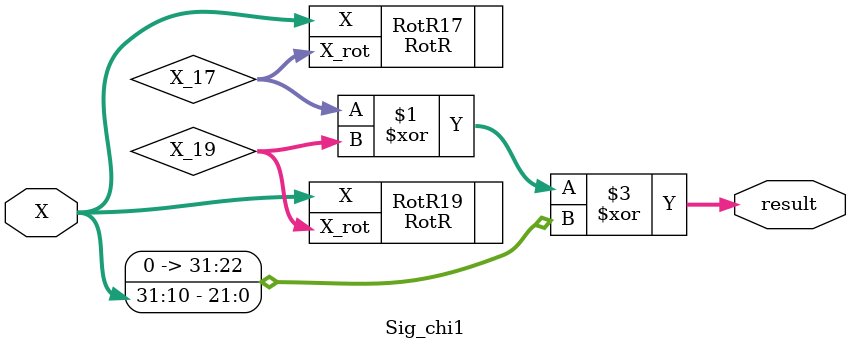
<source format=sv>
`timescale 1ns / 1ps

module Sig_chi1(
    input [31:0] X,
    output [31:0] result 
    );
    
    wire [31:0] X_17,X_19;
    
    RotR #(.n(17)) RotR17 (
        .X(X),
        .X_rot(X_17)
    );
    
     RotR #(.n(19)) RotR19(
          .X(X),
          .X_rot(X_19)
      );
      
    assign result = X_17 ^ X_19 ^ (X >> 10);    
        
endmodule

</source>
